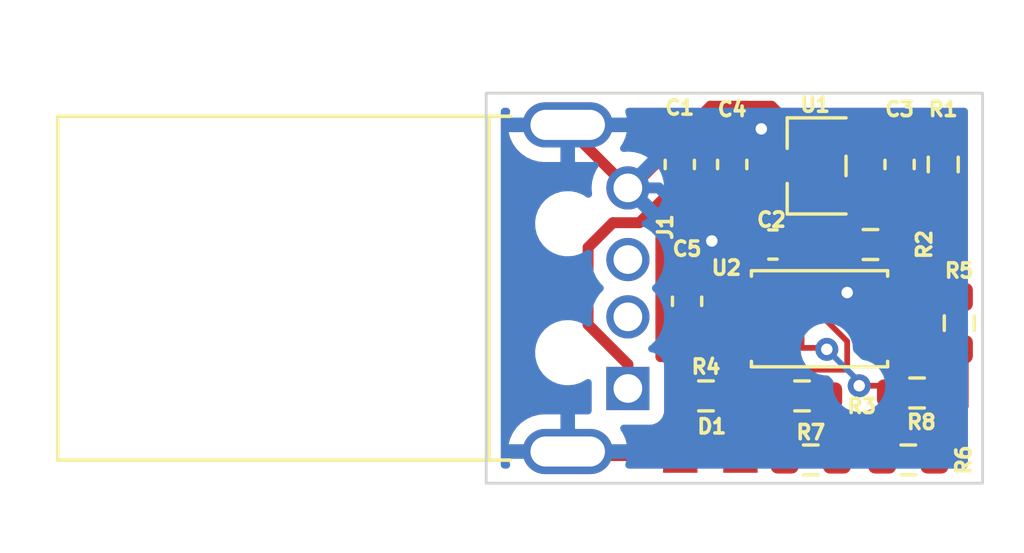
<source format=kicad_pcb>
(kicad_pcb (version 20211014) (generator pcbnew)
  (layers (0 "F.Cu" signal) (31 "B.Cu" signal) (34 "B.Paste" user) (35 "F.Paste" user) (36 "B.SilkS" user "B.Silkscreen") (37 "F.SilkS" user "F.Silkscreen") (38 "B.Mask" user) (39 "F.Mask" user) (44 "Edge.Cuts" user))
  (net 0 "")
  (net 1 "Net-(C2-Pad1)")
  (net 2 "Net-(C5-Pad2)")
  (net 3 "Net-(D1-Pad+)")
  (net 6 "Net-(R1-Pad1)")
  (net 7 "Net-(R3-Pad1)")
  (net 8 "Net-(R3-Pad2)")
  (net 9 "Net-(R4-Pad2)")
  (net 10 "Net-(R5-Pad1)")
  (net 11 "Net-(R5-Pad2)")
  (net 12 "Net-(C1-Pad1)")
  (net 13 "GND")
  (footprint "Resistor_SMD:R_0603_1608Metric_Pad0.98x0.95mm_HandSolder" (layer "F.Cu") (at 100.6348 86.8172 180)
    (fp_text reference "R3" (at -2.0828 -0.3556) (layer "F.SilkS") (effects (font (size 0.5 0.5) (thickness 0.125))))
    (fp_text value "10K")
    (fp_line (start -0.254724 -0.5225) (end 0.254724 -0.5225) (layer "F.SilkS") (width 0.12))
    (fp_line (start -0.254724 0.5225) (end 0.254724 0.5225) (layer "F.SilkS") (width 0.12))
    (pad "1" smd roundrect (at -0.9125 0 180) (size 0.975 0.95) (layers "F.Cu" "F.Paste" "F.Mask") (net 7 "Net-(R3-Pad1)"))
    (pad "2" smd roundrect (at 0.9125 0 180) (size 0.975 0.95) (layers "F.Cu" "F.Paste" "F.Mask") (net 8 "Net-(R3-Pad2)"))
  )
  (footprint "Capacitor_SMD:C_0603_1608Metric_Pad1.08x0.95mm_HandSolder" (layer "F.Cu") (at 104.0384 78.74 -90)
    (fp_text reference "C3" (at -1.9304 0 180) (layer "F.SilkS") (effects (font (size 0.5 0.5) (thickness 0.125))))
    (fp_text value "1U")
    (fp_line (start -0.146267 -0.51) (end 0.146267 -0.51) (layer "F.SilkS") (width 0.12))
    (fp_line (start -0.146267 0.51) (end 0.146267 0.51) (layer "F.SilkS") (width 0.12))
    (pad "1" smd roundrect (at -0.8625 0 270) (size 1.075 0.95) (layers "F.Cu" "F.Paste" "F.Mask") (net 1 "Net-(C2-Pad1)"))
    (pad "2" smd roundrect (at 0.8625 0 270) (size 1.075 0.95) (layers "F.Cu" "F.Paste" "F.Mask") (net 13 "GND"))
  )
  (footprint "Capacitor_SMD:C_0603_1608Metric_Pad1.08x0.95mm_HandSolder" (layer "F.Cu") (at 96.6216 83.5152 -90)
    (fp_text reference "C5" (at -1.8288 0) (layer "F.SilkS") (effects (font (size 0.5 0.5) (thickness 0.125))))
    (fp_text value ".1U")
    (fp_line (start -0.146267 0.51) (end 0.146267 0.51) (layer "F.SilkS") (width 0.12))
    (fp_line (start -0.146267 -0.51) (end 0.146267 -0.51) (layer "F.SilkS") (width 0.12))
    (pad "1" smd roundrect (at -0.8625 0 270) (size 1.075 0.95) (layers "F.Cu" "F.Paste" "F.Mask") (net 13 "GND"))
    (pad "2" smd roundrect (at 0.8625 0 270) (size 1.075 0.95) (layers "F.Cu" "F.Paste" "F.Mask") (net 2 "Net-(C5-Pad2)"))
  )
  (footprint "Resistor_SMD:R_0603_1608Metric_Pad0.98x0.95mm_HandSolder" (layer "F.Cu") (at 100.9396 89.0524 180)
    (fp_text reference "R7" (at 0 0.9652 180) (layer "F.SilkS") (effects (font (size 0.5 0.5) (thickness 0.125))))
    (fp_text value "47.5")
    (fp_line (start -0.254724 -0.5225) (end 0.254724 -0.5225) (layer "F.SilkS") (width 0.12))
    (fp_line (start -0.254724 0.5225) (end 0.254724 0.5225) (layer "F.SilkS") (width 0.12))
    (pad "1" smd roundrect (at -0.9125 0 180) (size 0.975 0.95) (layers "F.Cu" "F.Paste" "F.Mask") (net 9 "Net-(R4-Pad2)"))
    (pad "2" smd roundrect (at 0.9125 0 180) (size 0.975 0.95) (layers "F.Cu" "F.Paste" "F.Mask") (net 3 "Net-(D1-Pad+)"))
  )
  (footprint "Capacitor_SMD:C_0603_1608Metric_Pad1.08x0.95mm_HandSolder" (layer "F.Cu") (at 98.1964 78.74 90)
    (fp_text reference "C4" (at 1.9304 0) (layer "F.SilkS") (effects (font (size 0.5 0.5) (thickness 0.125))))
    (fp_text value ".1U")
    (fp_line (start -0.146267 -0.51) (end 0.146267 -0.51) (layer "F.SilkS") (width 0.12))
    (fp_line (start -0.146267 0.51) (end 0.146267 0.51) (layer "F.SilkS") (width 0.12))
    (pad "1" smd roundrect (at -0.8625 0 90) (size 1.075 0.95) (layers "F.Cu" "F.Paste" "F.Mask") (net 1 "Net-(C2-Pad1)"))
    (pad "2" smd roundrect (at 0.8625 0 90) (size 1.075 0.95) (layers "F.Cu" "F.Paste" "F.Mask") (net 13 "GND"))
  )
  (footprint "MCP6022T:MCP6022T-I&slash_ST" (layer "F.Cu") (at 101.2444 84.1248 180)
    (fp_text reference "U2" (at 3.2512 1.778) (layer "F.SilkS") (effects (font (size 0.5 0.5) (thickness 0.125))))
    (fp_text value "MCP6022T-I/ST" hide)
    (fp_line (start -2.377001 1.485139) (end -2.377001 1.676999) (layer "F.SilkS") (width 0.12))
    (fp_line (start -2.377001 -1.676999) (end -2.377001 -1.485139) (layer "F.SilkS") (width 0.12))
    (fp_line (start 2.377001 1.676999) (end 2.377001 1.485139) (layer "F.SilkS") (width 0.12))
    (fp_line (start 2.377001 -1.485139) (end 2.377001 -1.676999) (layer "F.SilkS") (width 0.12))
    (fp_line (start -2.377001 1.676999) (end 2.377001 1.676999) (layer "F.SilkS") (width 0.12))
    (fp_line (start 2.377001 -1.676999) (end -2.377001 -1.676999) (layer "F.SilkS") (width 0.12))
    (pad "1" smd rect (at -2.819001 -0.974999 180) (size 1.461999 0.3548) (layers "F.Cu" "F.Paste" "F.Mask") (net 7 "Net-(R3-Pad1)"))
    (pad "2" smd rect (at -2.819001 -0.325001 180) (size 1.461999 0.3548) (layers "F.Cu" "F.Paste" "F.Mask") (net 7 "Net-(R3-Pad1)"))
    (pad "3" smd rect (at -2.819001 0.325001 180) (size 1.461999 0.3548) (layers "F.Cu" "F.Paste" "F.Mask") (net 6 "Net-(R1-Pad1)"))
    (pad "4" smd rect (at -2.819001 0.974999 180) (size 1.461999 0.3548) (layers "F.Cu" "F.Paste" "F.Mask") (net 13 "GND"))
    (pad "5" smd rect (at 2.819001 0.974999 180) (size 1.461999 0.3548) (layers "F.Cu" "F.Paste" "F.Mask") (net 8 "Net-(R3-Pad2)"))
    (pad "6" smd rect (at 2.819001 0.325001 180) (size 1.461999 0.3548) (layers "F.Cu" "F.Paste" "F.Mask") (net 2 "Net-(C5-Pad2)"))
    (pad "7" smd rect (at 2.819001 -0.325001 180) (size 1.461999 0.3548) (layers "F.Cu" "F.Paste" "F.Mask") (net 9 "Net-(R4-Pad2)"))
    (pad "8" smd rect (at 2.819001 -0.974999 180) (size 1.461999 0.3548) (layers "F.Cu" "F.Paste" "F.Mask") (net 1 "Net-(C2-Pad1)"))
  )
  (footprint "MCP1702T:MCP1702T-3302E&slash_CB" (layer "F.Cu") (at 101.1428 78.7908 90)
    (fp_text reference "U1" (at 2.1336 -0.0508 180) (layer "F.SilkS") (effects (font (size 0.5 0.5) (thickness 0.125))))
    (fp_text value "MCP1702T-3302E/CB" hide)
    (fp_line (start 1.676999 -1.027) (end 0.61214 -1.027) (layer "F.SilkS") (width 0.12))
    (fp_line (start 1.676999 1.027) (end 1.676999 -1.027) (layer "F.SilkS") (width 0.12))
    (fp_line (start -0.61214 -1.027) (end -1.676999 -1.027) (layer "F.SilkS") (width 0.12))
    (fp_line (start -0.337861 1.027) (end 0.337861 1.027) (layer "F.SilkS") (width 0.12))
    (fp_line (start -1.676999 -1.027) (end -1.676999 1.027) (layer "F.SilkS") (width 0.12))
    (pad "1" smd rect (at -0.950001 1.1952 90) (size 0.9398 1.3208) (layers "F.Cu" "F.Paste" "F.Mask") (net 13 "GND"))
    (pad "2" smd rect (at 0.950001 1.1952 90) (size 0.9398 1.3208) (layers "F.Cu" "F.Paste" "F.Mask") (net 1 "Net-(C2-Pad1)"))
    (pad "3" smd rect (at 0 -1.1952 90) (size 0.9398 1.3208) (layers "F.Cu" "F.Paste" "F.Mask") (net 12 "Net-(C1-Pad1)"))
  )
  (footprint "Capacitor_SMD:C_0603_1608Metric_Pad1.08x0.95mm_HandSolder" (layer "F.Cu") (at 99.6188 81.534)
    (fp_text reference "C2" (at -0.0508 -0.8636 180) (layer "F.SilkS") (effects (font (size 0.5 0.5) (thickness 0.125))))
    (fp_text value "1U")
    (fp_line (start -0.146267 -0.51) (end 0.146267 -0.51) (layer "F.SilkS") (width 0.12))
    (fp_line (start -0.146267 0.51) (end 0.146267 0.51) (layer "F.SilkS") (width 0.12))
    (pad "1" smd roundrect (at -0.8625 0) (size 1.075 0.95) (layers "F.Cu" "F.Paste" "F.Mask") (net 1 "Net-(C2-Pad1)"))
    (pad "2" smd roundrect (at 0.8625 0) (size 1.075 0.95) (layers "F.Cu" "F.Paste" "F.Mask") (net 13 "GND"))
  )
  (footprint "Resistor_SMD:R_0603_1608Metric_Pad0.98x0.95mm_HandSolder" (layer "F.Cu") (at 105.5624 78.74 90)
    (fp_text reference "R1" (at 1.9304 0 180) (layer "F.SilkS") (effects (font (size 0.5 0.5) (thickness 0.125))))
    (fp_text value "10K")
    (fp_line (start -0.254724 0.5225) (end 0.254724 0.5225) (layer "F.SilkS") (width 0.12))
    (fp_line (start -0.254724 -0.5225) (end 0.254724 -0.5225) (layer "F.SilkS") (width 0.12))
    (pad "1" smd roundrect (at -0.9125 0 90) (size 0.975 0.95) (layers "F.Cu" "F.Paste" "F.Mask") (net 6 "Net-(R1-Pad1)"))
    (pad "2" smd roundrect (at 0.9125 0 90) (size 0.975 0.95) (layers "F.Cu" "F.Paste" "F.Mask") (net 1 "Net-(C2-Pad1)"))
  )
  (footprint "Resistor_SMD:R_0603_1608Metric_Pad0.98x0.95mm_HandSolder" (layer "F.Cu") (at 97.282 86.8172 180)
    (fp_text reference "R4" (at 0 1.016) (layer "F.SilkS") (effects (font (size 0.5 0.5) (thickness 0.125))))
    (fp_text value "10K")
    (fp_line (start -0.254724 -0.5225) (end 0.254724 -0.5225) (layer "F.SilkS") (width 0.12))
    (fp_line (start -0.254724 0.5225) (end 0.254724 0.5225) (layer "F.SilkS") (width 0.12))
    (pad "1" smd roundrect (at -0.9125 0 180) (size 0.975 0.95) (layers "F.Cu" "F.Paste" "F.Mask") (net 8 "Net-(R3-Pad2)"))
    (pad "2" smd roundrect (at 0.9125 0 180) (size 0.975 0.95) (layers "F.Cu" "F.Paste" "F.Mask") (net 9 "Net-(R4-Pad2)"))
  )
  (footprint "LTST-C170TBKT:DIOC200X125X110" (layer "F.Cu") (at 97.4344 88.9)
    (fp_text reference "D1" (at 0.0508 -1.016) (layer "F.SilkS") (effects (font (size 0.5 0.5) (thickness 0.125))))
    (fp_text value "LTST-C170TBKT")
    (pad "+" smd rect locked (at 1.05 0) (size 1.2 1.2) (layers "F.Cu" "F.Paste" "F.Mask") (net 3 "Net-(D1-Pad+)"))
    (pad "-" smd rect locked (at -1.05 0) (size 1.2 1.2) (layers "F.Cu" "F.Paste" "F.Mask") (net 13 "GND"))
  )
  (footprint "Resistor_SMD:R_0603_1608Metric_Pad0.98x0.95mm_HandSolder" (layer "F.Cu") (at 103.0224 81.534)
    (fp_text reference "R2" (at 1.8796 0 90) (layer "F.SilkS") (effects (font (size 0.5 0.5) (thickness 0.125))))
    (fp_text value "10K")
    (fp_line (start -0.254724 -0.5225) (end 0.254724 -0.5225) (layer "F.SilkS") (width 0.12))
    (fp_line (start -0.254724 0.5225) (end 0.254724 0.5225) (layer "F.SilkS") (width 0.12))
    (pad "1" smd roundrect (at -0.9125 0) (size 0.975 0.95) (layers "F.Cu" "F.Paste" "F.Mask") (net 13 "GND"))
    (pad "2" smd roundrect (at 0.9125 0) (size 0.975 0.95) (layers "F.Cu" "F.Paste" "F.Mask") (net 6 "Net-(R1-Pad1)"))
  )
  (footprint "48037-0001:MOLEX_48037-0001" (layer "F.Cu") (at 92.456 83.058 -90)
    (fp_text reference "J1" (at -2.1336 -3.4036 90) (layer "F.SilkS") (effects (font (size 0.5 0.5) (thickness 0.125))))
    (fp_text value "48037-0001")
    (fp_line (start 6 17.8) (end 6 2.75) (layer "F.SilkS") (width 0.127))
    (fp_line (start -6 2.75) (end 6 2.75) (layer "F.SilkS") (width 0.127))
    (fp_line (start -6 2.75) (end -6 17.8) (layer "F.SilkS") (width 0.127))
    (fp_line (start -6 2) (end -6 2.75) (layer "F.SilkS") (width 0.127))
    (fp_line (start 6 2.75) (end 6 2) (layer "F.SilkS") (width 0.127))
    (fp_line (start -6 17.8) (end 6 17.8) (layer "F.SilkS") (width 0.127))
    (pad "" np_thru_hole circle (at -2.25 0 270) (size 1.25 1.25) (drill 1.25) (layers *.Cu *.Mask))
    (pad "" np_thru_hole circle (at 2.25 0 270) (size 1.25 1.25) (drill 1.25) (layers *.Cu *.Mask))
    (pad "1" thru_hole rect (at 3.5 -2.1 270) (size 1.508 1.508) (drill 1) (layers *.Cu *.Mask) (net 12 "Net-(C1-Pad1)"))
    (pad "2" thru_hole circle (at 1 -2.1 270) (size 1.508 1.508) (drill 1) (layers *.Cu *.Mask))
    (pad "3" thru_hole circle (at -1 -2.1 270) (size 1.508 1.508) (drill 1) (layers *.Cu *.Mask))
    (pad "4" thru_hole circle (at -3.5 -2.1 270) (size 1.508 1.508) (drill 1) (layers *.Cu *.Mask) (net 13 "GND"))
    (pad "S1" thru_hole oval (at 5.7 0 270) (size 1.575 3.15) (drill oval 1.05 2.6) (layers *.Cu *.Mask) (net 13 "GND"))
    (pad "S2" thru_hole oval (at -5.7 0 270) (size 1.575 3.15) (drill oval 1.05 2.6) (layers *.Cu *.Mask) (net 13 "GND"))
  )
  (footprint "Capacitor_SMD:C_0603_1608Metric_Pad1.08x0.95mm_HandSolder" (layer "F.Cu") (at 96.3676 78.74 90)
    (fp_text reference "C1" (at 1.9812 0 180) (layer "F.SilkS") (effects (font (size 0.5 0.5) (thickness 0.125))))
    (fp_text value "1U")
    (fp_line (start -0.146267 -0.51) (end 0.146267 -0.51) (layer "F.SilkS") (width 0.12))
    (fp_line (start -0.146267 0.51) (end 0.146267 0.51) (layer "F.SilkS") (width 0.12))
    (pad "1" smd roundrect (at -0.8625 0 90) (size 1.075 0.95) (layers "F.Cu" "F.Paste" "F.Mask") (net 12 "Net-(C1-Pad1)"))
    (pad "2" smd roundrect (at 0.8625 0 90) (size 1.075 0.95) (layers "F.Cu" "F.Paste" "F.Mask") (net 13 "GND"))
  )
  (footprint "Resistor_SMD:R_0603_1608Metric_Pad0.98x0.95mm_HandSolder" (layer "F.Cu") (at 104.3432 89.0524 180)
    (fp_text reference "R6" (at -1.9304 0 90) (layer "F.SilkS") (effects (font (size 0.5 0.5) (thickness 0.125))))
    (fp_text value "953K")
    (fp_line (start -0.254724 0.5225) (end 0.254724 0.5225) (layer "F.SilkS") (width 0.12))
    (fp_line (start -0.254724 -0.5225) (end 0.254724 -0.5225) (layer "F.SilkS") (width 0.12))
    (pad "1" smd roundrect (at -0.9125 0 180) (size 0.975 0.95) (layers "F.Cu" "F.Paste" "F.Mask") (net 10 "Net-(R5-Pad1)"))
    (pad "2" smd roundrect (at 0.9125 0 180) (size 0.975 0.95) (layers "F.Cu" "F.Paste" "F.Mask") (net 9 "Net-(R4-Pad2)"))
  )
  (footprint "Resistor_SMD:R_0603_1608Metric_Pad0.98x0.95mm_HandSolder" (layer "F.Cu") (at 106.1212 84.2772 90)
    (fp_text reference "R5" (at 1.8288 0 180) (layer "F.SilkS") (effects (font (size 0.5 0.5) (thickness 0.125))))
    (fp_text value "604K")
    (fp_line (start -0.254724 0.5225) (end 0.254724 0.5225) (layer "F.SilkS") (width 0.12))
    (fp_line (start -0.254724 -0.5225) (end 0.254724 -0.5225) (layer "F.SilkS") (width 0.12))
    (pad "1" smd roundrect (at -0.9125 0 90) (size 0.975 0.95) (layers "F.Cu" "F.Paste" "F.Mask") (net 10 "Net-(R5-Pad1)"))
    (pad "2" smd roundrect (at 0.9125 0 90) (size 0.975 0.95) (layers "F.Cu" "F.Paste" "F.Mask") (net 11 "Net-(R5-Pad2)"))
  )
  (footprint "Resistor_SMD:R_0603_1608Metric_Pad0.98x0.95mm_HandSolder" (layer "F.Cu") (at 104.648 86.7156 180)
    (fp_text reference "R8" (at -0.1524 -1.016 180) (layer "F.SilkS") (effects (font (size 0.5 0.5) (thickness 0.125))))
    (fp_text value "3.01M")
    (fp_line (start -0.254724 -0.5225) (end 0.254724 -0.5225) (layer "F.SilkS") (width 0.12))
    (fp_line (start -0.254724 0.5225) (end 0.254724 0.5225) (layer "F.SilkS") (width 0.12))
    (pad "1" smd roundrect (at -0.9125 0 180) (size 0.975 0.95) (layers "F.Cu" "F.Paste" "F.Mask") (net 11 "Net-(R5-Pad2)"))
    (pad "2" smd roundrect (at 0.9125 0 180) (size 0.975 0.95) (layers "F.Cu" "F.Paste" "F.Mask") (net 2 "Net-(C5-Pad2)"))
  )
  (gr_rect (start 89.6112 76.2508) (end 106.934 89.8652) (layer "Edge.Cuts") (width 0.1) (fill none))
  (segment (start 97.8419 80.6196) (end 96.211106 80.6196) (width 0.381) (layer "F.Cu") (net 1))
  (segment (start 95.7072 85.4456) (end 98.079598 85.4456) (width 0.381) (layer "F.Cu") (net 1))
  (segment (start 99.8231 80.6715) (end 99.6188 80.6715) (width 0.381) (layer "F.Cu") (net 1))
  (segment (start 98.079598 85.4456) (end 98.425399 85.099799) (width 0.381) (layer "F.Cu") (net 1))
  (segment (start 101.1428 79.035999) (end 101.1428 79.5069) (width 0.381) (layer "F.Cu") (net 1))
  (segment (start 95.7072 81.123506) (end 95.7072 85.4456) (width 0.381) (layer "F.Cu") (net 1))
  (segment (start 101.1428 79.5069) (end 99.9793 80.6704) (width 0.381) (layer "F.Cu") (net 1))
  (segment (start 96.211106 80.6196) (end 95.7072 81.123506) (width 0.381) (layer "F.Cu") (net 1))
  (segment (start 98.1964 79.6025) (end 98.7541 79.6025) (width 0.381) (layer "F.Cu") (net 1))
  (segment (start 104.001699 77.840799) (end 104.0384 77.8775) (width 0.381) (layer "F.Cu") (net 1))
  (segment (start 102.338 77.840799) (end 104.001699 77.840799) (width 0.381) (layer "F.Cu") (net 1))
  (segment (start 104.0384 77.8775) (end 105.5124 77.8775) (width 0.381) (layer "F.Cu") (net 1))
  (segment (start 98.7541 79.6025) (end 99.8231 80.6715) (width 0.381) (layer "F.Cu") (net 1))
  (segment (start 98.7563 81.534) (end 97.8419 80.6196) (width 0.381) (layer "F.Cu") (net 1))
  (segment (start 99.6188 80.6715) (end 98.7563 81.534) (width 0.381) (layer "F.Cu") (net 1))
  (segment (start 102.338 77.840799) (end 101.1428 79.035999) (width 0.381) (layer "F.Cu") (net 1))
  (segment (start 99.9793 80.6704) (end 99.6696 80.6704) (width 0.381) (layer "F.Cu") (net 1))
  (segment (start 100.6348 85.1408) (end 100.618398 85.124398) (width 0.2) (layer "F.Cu") (net 2))
  (segment (start 101.4476 85.1408) (end 100.6348 85.1408) (width 0.2) (layer "F.Cu") (net 2))
  (segment (start 103.4823 86.4624) (end 103.7355 86.7156) (width 0.2) (layer "F.Cu") (net 2))
  (segment (start 100.034081 83.799799) (end 98.425399 83.799799) (width 0.2) (layer "F.Cu") (net 2))
  (segment (start 98.405198 83.82) (end 98.425399 83.799799) (width 0.381) (layer "F.Cu") (net 2))
  (segment (start 96.6216 84.3777) (end 97.1793 83.82) (width 0.381) (layer "F.Cu") (net 2))
  (segment (start 101.4984 85.1916) (end 101.4476 85.1408) (width 0.2) (layer "F.Cu") (net 2))
  (segment (start 97.1793 83.82) (end 98.405198 83.82) (width 0.381) (layer "F.Cu") (net 2))
  (segment (start 100.618398 85.124398) (end 100.618398 84.384116) (width 0.2) (layer "F.Cu") (net 2))
  (segment (start 100.618398 84.384116) (end 100.034081 83.799799) (width 0.2) (layer "F.Cu") (net 2))
  (segment (start 102.6293 86.4624) (end 103.4823 86.4624) (width 0.2) (layer "F.Cu") (net 2))
  (via (at 101.4984 85.1916) (size 0.8) (drill 0.4) (layers "F.Cu" "B.Cu") (net 2))
  (via (at 102.6293 86.4624) (size 0.8) (drill 0.4) (layers "F.Cu" "B.Cu") (net 2))
  (segment (start 102.6293 86.3225) (end 101.4984 85.1916) (width 0.2) (layer "B.Cu") (net 2))
  (segment (start 102.6293 86.4624) (end 102.6293 86.3225) (width 0.2) (layer "B.Cu") (net 2))
  (segment (start 99.8239 88.8492) (end 98.5352 88.8492) (width 0.2) (layer "F.Cu") (net 3))
  (segment (start 100.0271 89.0524) (end 99.8239 88.8492) (width 0.2) (layer "F.Cu") (net 3))
  (segment (start 103.9349 81.534) (end 105.1849 82.784) (width 0.381) (layer "F.Cu") (net 6))
  (segment (start 103.9349 81.28) (end 103.9349 81.534) (width 0.381) (layer "F.Cu") (net 6))
  (segment (start 105.1849 83.717701) (end 105.102802 83.799799) (width 0.381) (layer "F.Cu") (net 6))
  (segment (start 105.1849 82.784) (end 105.1849 83.717701) (width 0.381) (layer "F.Cu") (net 6))
  (segment (start 105.102802 83.799799) (end 104.063401 83.799799) (width 0.381) (layer "F.Cu") (net 6))
  (segment (start 105.5624 79.6525) (end 103.9349 81.28) (width 0.381) (layer "F.Cu") (net 6))
  (segment (start 104.063401 85.099799) (end 104.063401 84.449801) (width 0.2) (layer "F.Cu") (net 7))
  (segment (start 104.10654 87.5922) (end 104.5464 87.15234) (width 0.2) (layer "F.Cu") (net 7))
  (segment (start 102.3223 87.5922) (end 104.10654 87.5922) (width 0.2) (layer "F.Cu") (net 7))
  (segment (start 104.5464 87.15234) (end 104.5464 85.5472) (width 0.2) (layer "F.Cu") (net 7))
  (segment (start 101.5473 86.8172) (end 102.3223 87.5922) (width 0.2) (layer "F.Cu") (net 7))
  (segment (start 104.098999 85.099799) (end 104.063401 85.099799) (width 0.2) (layer "F.Cu") (net 7))
  (segment (start 104.5464 85.5472) (end 104.098999 85.099799) (width 0.2) (layer "F.Cu") (net 7))
  (segment (start 98.425399 83.149801) (end 100.446551 83.149801) (width 0.2) (layer "F.Cu") (net 8))
  (segment (start 98.2707 86.741) (end 98.1945 86.8172) (width 0.2) (layer "F.Cu") (net 8))
  (segment (start 102.2096 85.9028) (end 100.6367 85.9028) (width 0.2) (layer "F.Cu") (net 8))
  (segment (start 99.7223 86.8172) (end 99.6461 86.741) (width 0.2) (layer "F.Cu") (net 8))
  (segment (start 100.6367 85.9028) (end 99.7223 86.8172) (width 0.2) (layer "F.Cu") (net 8))
  (segment (start 100.446551 83.149801) (end 102.2096 84.91285) (width 0.2) (layer "F.Cu") (net 8))
  (segment (start 99.6461 86.741) (end 98.2707 86.741) (width 0.2) (layer "F.Cu") (net 8))
  (segment (start 102.2096 84.91285) (end 102.2096 85.9028) (width 0.2) (layer "F.Cu") (net 8))
  (segment (start 100.3919 87.5922) (end 97.1445 87.5922) (width 0.2) (layer "F.Cu") (net 9))
  (segment (start 100.218398 84.549801) (end 100.218398 85.455602) (width 0.2) (layer "F.Cu") (net 9))
  (segment (start 100.218398 85.455602) (end 99.6318 86.0422) (width 0.2) (layer "F.Cu") (net 9))
  (segment (start 100.118398 84.449801) (end 100.218398 84.549801) (width 0.2) (layer "F.Cu") (net 9))
  (segment (start 97.1445 86.0422) (end 96.3695 86.8172) (width 0.2) (layer "F.Cu") (net 9))
  (segment (start 103.4307 89.0524) (end 101.8521 89.0524) (width 0.2) (layer "F.Cu") (net 9))
  (segment (start 101.8521 89.0524) (end 100.3919 87.5922) (width 0.2) (layer "F.Cu") (net 9))
  (segment (start 98.425399 84.449801) (end 100.118398 84.449801) (width 0.2) (layer "F.Cu") (net 9))
  (segment (start 99.6318 86.0422) (end 97.1445 86.0422) (width 0.2) (layer "F.Cu") (net 9))
  (segment (start 97.1445 87.5922) (end 96.3695 86.8172) (width 0.2) (layer "F.Cu") (net 9))
  (segment (start 106.348 87.17574) (end 105.2557 88.26804) (width 0.2) (layer "F.Cu") (net 10))
  (segment (start 106.1212 85.2913) (end 106.348 85.5181) (width 0.2) (layer "F.Cu") (net 10))
  (segment (start 106.348 85.5181) (end 106.348 87.17574) (width 0.2) (layer "F.Cu") (net 10))
  (segment (start 105.2557 88.26804) (end 105.2557 89.0524) (width 0.2) (layer "F.Cu") (net 10))
  (segment (start 106.1212 83.475073) (end 106.1212 83.4663) (width 0.2) (layer "F.Cu") (net 11))
  (segment (start 105.3462 85.76394) (end 105.3462 84.250073) (width 0.2) (layer "F.Cu") (net 11))
  (segment (start 105.5605 85.97824) (end 105.3462 85.76394) (width 0.2) (layer "F.Cu") (net 11))
  (segment (start 105.5605 86.7156) (end 105.5605 85.97824) (width 0.2) (layer "F.Cu") (net 11))
  (segment (start 105.3462 84.250073) (end 106.1212 83.475073) (width 0.2) (layer "F.Cu") (net 11))
  (segment (start 94.556 85.7168) (end 93.1672 84.328) (width 0.381) (layer "F.Cu") (net 12))
  (segment (start 94.556 86.558) (end 94.556 85.7168) (width 0.381) (layer "F.Cu") (net 12))
  (segment (start 93.1672 84.328) (end 93.1672 81.6356) (width 0.381) (layer "F.Cu") (net 12))
  (segment (start 93.1672 81.6356) (end 94.0308 80.772) (width 0.381) (layer "F.Cu") (net 12))
  (segment (start 99.9476 78.7908) (end 100.0029 78.7355) (width 0.381) (layer "F.Cu") (net 12))
  (segment (start 94.960568 80.772) (end 96.130068 79.6025) (width 0.381) (layer "F.Cu") (net 12))
  (segment (start 97.2839 76.8604) (end 97.4363 76.708) (width 0.381) (layer "F.Cu") (net 12))
  (segment (start 96.3676 79.6025) (end 97.2839 78.6862) (width 0.381) (layer "F.Cu") (net 12))
  (segment (start 100.0029 78.7355) (end 100.0029 77.1429) (width 0.381) (layer "F.Cu") (net 12))
  (segment (start 99.568 76.708) (end 97.4363 76.708) (width 0.381) (layer "F.Cu") (net 12))
  (segment (start 100.0029 77.1429) (end 99.568 76.708) (width 0.381) (layer "F.Cu") (net 12))
  (segment (start 96.130068 79.6025) (end 96.3676 79.6025) (width 0.381) (layer "F.Cu") (net 12))
  (segment (start 94.0308 80.772) (end 94.960568 80.772) (width 0.381) (layer "F.Cu") (net 12))
  (segment (start 97.2839 78.6862) (end 97.2839 76.8604) (width 0.381) (layer "F.Cu") (net 12))
  (segment (start 97.4852 81.4096) (end 97.4852 81.7891) (width 0.381) (layer "F.Cu") (net 13))
  (segment (start 103.5831 80.274701) (end 103.0492 79.740801) (width 0.381) (layer "F.Cu") (net 13))
  (segment (start 104.0384 79.6025) (end 104.0384 79.819401) (width 0.381) (layer "F.Cu") (net 13))
  (segment (start 104.063401 83.149801) (end 103.874301 83.149801) (width 0.381) (layer "F.Cu") (net 13))
  (segment (start 92.456 77.358) (end 92.456 77.458) (width 0.381) (layer "F.Cu") (net 13))
  (segment (start 103.874301 83.149801) (end 102.2585 81.534) (width 0.381) (layer "F.Cu") (net 13))
  (segment (start 99.2124 77.498) (end 98.8329 77.8775) (width 0.381) (layer "F.Cu") (net 13))
  (segment (start 104.063401 83.149801) (end 102.270199 83.149801) (width 0.381) (layer "F.Cu") (net 13))
  (segment (start 97.4852 81.7891) (end 96.6216 82.6527) (width 0.381) (layer "F.Cu") (net 13))
  (segment (start 102.270199 83.149801) (end 102.2096 83.2104) (width 0.381) (layer "F.Cu") (net 13))
  (segment (start 102.2585 81.534) (end 102.1099 81.534) (width 0.381) (layer "F.Cu") (net 13))
  (segment (start 100.4813 81.534) (end 102.1099 81.534) (width 0.381) (layer "F.Cu") (net 13))
  (segment (start 98.8329 77.8775) (end 98.1964 77.8775) (width 0.381) (layer "F.Cu") (net 13))
  (segment (start 102.1099 81.534) (end 103.369199 80.274701) (width 0.381) (layer "F.Cu") (net 13))
  (segment (start 92.598 88.9) (end 92.456 88.758) (width 0.381) (layer "F.Cu") (net 13))
  (segment (start 103.0492 79.740801) (end 102.338 79.740801) (width 0.381) (layer "F.Cu") (net 13))
  (segment (start 94.556 79.558) (end 94.6871 79.558) (width 0.381) (layer "F.Cu") (net 13))
  (segment (start 96.3844 88.9) (end 92.598 88.9) (width 0.381) (layer "F.Cu") (net 13))
  (segment (start 92.456 77.458) (end 94.556 79.558) (width 0.381) (layer "F.Cu") (net 13))
  (segment (start 94.6871 79.558) (end 96.3676 77.8775) (width 0.381) (layer "F.Cu") (net 13))
  (segment (start 103.369199 80.274701) (end 103.5831 80.274701) (width 0.381) (layer "F.Cu") (net 13))
  (segment (start 104.0384 79.819401) (end 103.5831 80.274701) (width 0.381) (layer "F.Cu") (net 13))
  (via (at 97.4852 81.4096) (size 0.8) (drill 0.4) (layers "F.Cu" "B.Cu") (net 13))
  (via (at 99.2124 77.498) (size 0.8) (drill 0.4) (layers "F.Cu" "B.Cu") (net 13))
  (via (at 102.2096 83.2104) (size 0.8) (drill 0.4) (layers "F.Cu" "B.Cu") (net 13))
  (segment (start 95.6336 79.558) (end 94.556 79.558) (width 0.381) (layer "B.Cu") (net 13))
  (segment (start 99.1388 77.5716) (end 96.5424 77.5716) (width 0.381) (layer "B.Cu") (net 13))
  (segment (start 96.5424 77.5716) (end 94.556 79.558) (width 0.381) (layer "B.Cu") (net 13))
  (segment (start 99.2124 77.498) (end 99.1388 77.5716) (width 0.381) (layer "B.Cu") (net 13))
  (segment (start 102.2096 83.2104) (end 100.4088 81.4096) (width 0.381) (layer "B.Cu") (net 13))
  (segment (start 100.4088 81.4096) (end 97.4852 81.4096) (width 0.381) (layer "B.Cu") (net 13))
  (segment (start 97.4852 81.4096) (end 95.6336 79.558) (width 0.381) (layer "B.Cu") (net 13))
  (zone (net 13) (net_name "GND") (layer "B.Cu") (connect_pads (clearance 0.508)) (min_thickness 0.254) (fill yes (thermal_gap 0.508) (thermal_bridge_width 0.508))
    (polygon (pts (xy 106.921855 89.794685) (xy 89.7128 89.8144) (xy 89.7128 76.3016) (xy 106.972655 76.281885)))
  )
)
</source>
